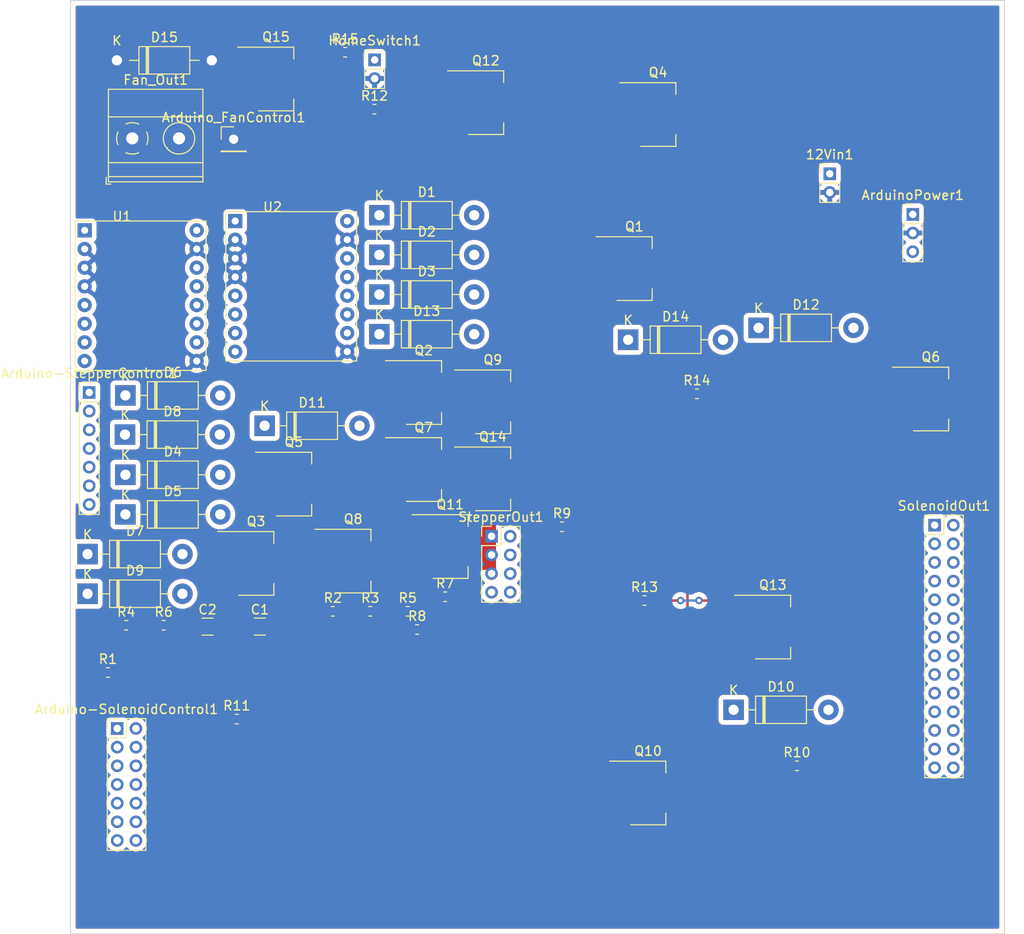
<source format=kicad_pcb>
(kicad_pcb (version 20171130) (host pcbnew "(5.1.4)-1")
  (layers (0 F.Cu signal) (31 B.Cu signal) (34 B.Paste user) (35 F.Paste user) (36 B.SilkS user) (37 F.SilkS user) (38 B.Mask user) (39 F.Mask user) (44 Edge.Cuts user))
  (net 0 "")
  (net 1 12V)
  (net 2 GND)
  (net 3 "Net-(Arduino-SolenoidControl1-Pad1)")
  (net 4 "Net-(Arduino-SolenoidControl1-Pad2)")
  (net 5 "Net-(Arduino-SolenoidControl1-Pad3)")
  (net 6 "Net-(Arduino-SolenoidControl1-Pad4)")
  (net 7 "Net-(Arduino-SolenoidControl1-Pad5)")
  (net 8 "Net-(Arduino-SolenoidControl1-Pad6)")
  (net 9 "Net-(Arduino-SolenoidControl1-Pad7)")
  (net 10 "Net-(Arduino-SolenoidControl1-Pad8)")
  (net 11 "Net-(Arduino-SolenoidControl1-Pad9)")
  (net 12 "Net-(Arduino-SolenoidControl1-Pad10)")
  (net 13 "Net-(Arduino-SolenoidControl1-Pad11)")
  (net 14 "Net-(Arduino-SolenoidControl1-Pad12)")
  (net 15 "Net-(Arduino-SolenoidControl1-Pad13)")
  (net 16 "Net-(Arduino-SolenoidControl1-Pad14)")
  (net 17 "Net-(Arduino-StepperControl1-Pad1)")
  (net 18 "Net-(Arduino-StepperControl1-Pad2)")
  (net 19 "Net-(Arduino-StepperControl1-Pad3)")
  (net 20 "Net-(Arduino-StepperControl1-Pad4)")
  (net 21 "Net-(Arduino-StepperControl1-Pad5)")
  (net 22 "Net-(Arduino-StepperControl1-Pad6)")
  (net 23 "Net-(Arduino-StepperControl1-Pad7)")
  (net 24 5V)
  (net 25 "Net-(D1-Pad2)")
  (net 26 "Net-(D2-Pad2)")
  (net 27 "Net-(D3-Pad2)")
  (net 28 "Net-(D4-Pad2)")
  (net 29 "Net-(D5-Pad2)")
  (net 30 "Net-(D6-Pad2)")
  (net 31 "Net-(D7-Pad2)")
  (net 32 "Net-(D8-Pad2)")
  (net 33 "Net-(D9-Pad2)")
  (net 34 "Net-(D10-Pad2)")
  (net 35 "Net-(D11-Pad2)")
  (net 36 "Net-(D12-Pad2)")
  (net 37 "Net-(D13-Pad2)")
  (net 38 "Net-(D14-Pad2)")
  (net 39 "Net-(Q1-Pad1)")
  (net 40 "Net-(Q2-Pad1)")
  (net 41 "Net-(Q3-Pad1)")
  (net 42 "Net-(Q4-Pad1)")
  (net 43 "Net-(Q5-Pad1)")
  (net 44 "Net-(Q6-Pad1)")
  (net 45 "Net-(Q7-Pad1)")
  (net 46 "Net-(Q8-Pad1)")
  (net 47 "Net-(Q9-Pad1)")
  (net 48 "Net-(Q10-Pad1)")
  (net 49 "Net-(Q11-Pad1)")
  (net 50 "Net-(Q12-Pad1)")
  (net 51 "Net-(Q13-Pad1)")
  (net 52 "Net-(Q14-Pad1)")
  (net 53 "Net-(StepperOut1-Pad1)")
  (net 54 "Net-(StepperOut1-Pad2)")
  (net 55 "Net-(StepperOut1-Pad3)")
  (net 56 "Net-(StepperOut1-Pad4)")
  (net 57 "Net-(StepperOut1-Pad5)")
  (net 58 "Net-(StepperOut1-Pad6)")
  (net 59 "Net-(StepperOut1-Pad7)")
  (net 60 "Net-(StepperOut1-Pad8)")
  (net 61 "Net-(U1-Pad6)")
  (net 62 "Net-(U1-Pad5)")
  (net 63 "Net-(U2-Pad5)")
  (net 64 "Net-(U2-Pad6)")
  (net 65 "Net-(Arduino_FanControl1-Pad1)")
  (net 66 "Net-(D15-Pad2)")
  (net 67 "Net-(Q15-Pad1)")
  (module Connector_PinHeader_2.00mm:PinHeader_1x02_P2.00mm_Vertical (layer F.Cu) (at 241.3 -11.43)
    (fp_text reference 12Vin1 (at 0 -2.06) (layer F.SilkS))
    (fp_text value Conn_01x02_Male)
    (pad 1 thru_hole rect (at 0 0) (size 1.35 1.35) (drill 0.8) (layers *.Cu *.Mask) (net 1 12V))
    (pad 2 thru_hole oval (at 0 2) (size 1.35 1.35) (drill 0.8) (layers *.Cu *.Mask) (net 2 GND))
  )
  (module Connector_PinHeader_2.00mm:PinHeader_2x07_P2.00mm_Vertical (layer F.Cu) (at 165 48)
    (fp_text reference Arduino-SolenoidControl1 (at 1 -2.06) (layer F.SilkS))
    (fp_text value Conn_02x07_Odd_Even)
    (pad 1 thru_hole rect (at 0 0) (size 1.35 1.35) (drill 0.8) (layers *.Cu *.Mask) (net 3 "Net-(Arduino-SolenoidControl1-Pad1)"))
    (pad 2 thru_hole oval (at 2 0) (size 1.35 1.35) (drill 0.8) (layers *.Cu *.Mask) (net 4 "Net-(Arduino-SolenoidControl1-Pad2)"))
    (pad 3 thru_hole oval (at 0 2) (size 1.35 1.35) (drill 0.8) (layers *.Cu *.Mask) (net 5 "Net-(Arduino-SolenoidControl1-Pad3)"))
    (pad 4 thru_hole oval (at 2 2) (size 1.35 1.35) (drill 0.8) (layers *.Cu *.Mask) (net 6 "Net-(Arduino-SolenoidControl1-Pad4)"))
    (pad 5 thru_hole oval (at 0 4) (size 1.35 1.35) (drill 0.8) (layers *.Cu *.Mask) (net 7 "Net-(Arduino-SolenoidControl1-Pad5)"))
    (pad 6 thru_hole oval (at 2 4) (size 1.35 1.35) (drill 0.8) (layers *.Cu *.Mask) (net 8 "Net-(Arduino-SolenoidControl1-Pad6)"))
    (pad 7 thru_hole oval (at 0 6) (size 1.35 1.35) (drill 0.8) (layers *.Cu *.Mask) (net 9 "Net-(Arduino-SolenoidControl1-Pad7)"))
    (pad 8 thru_hole oval (at 2 6) (size 1.35 1.35) (drill 0.8) (layers *.Cu *.Mask) (net 10 "Net-(Arduino-SolenoidControl1-Pad8)"))
    (pad 9 thru_hole oval (at 0 8) (size 1.35 1.35) (drill 0.8) (layers *.Cu *.Mask) (net 11 "Net-(Arduino-SolenoidControl1-Pad9)"))
    (pad 10 thru_hole oval (at 2 8) (size 1.35 1.35) (drill 0.8) (layers *.Cu *.Mask) (net 12 "Net-(Arduino-SolenoidControl1-Pad10)"))
    (pad 11 thru_hole oval (at 0 10) (size 1.35 1.35) (drill 0.8) (layers *.Cu *.Mask) (net 13 "Net-(Arduino-SolenoidControl1-Pad11)"))
    (pad 12 thru_hole oval (at 2 10) (size 1.35 1.35) (drill 0.8) (layers *.Cu *.Mask) (net 14 "Net-(Arduino-SolenoidControl1-Pad12)"))
    (pad 13 thru_hole oval (at 0 12) (size 1.35 1.35) (drill 0.8) (layers *.Cu *.Mask) (net 15 "Net-(Arduino-SolenoidControl1-Pad13)"))
    (pad 14 thru_hole oval (at 2 12) (size 1.35 1.35) (drill 0.8) (layers *.Cu *.Mask) (net 16 "Net-(Arduino-SolenoidControl1-Pad14)"))
  )
  (module Connector_PinHeader_2.00mm:PinHeader_1x07_P2.00mm_Vertical (layer F.Cu) (at 162 12)
    (fp_text reference Arduino-StepperControl1 (at 0 -2.06) (layer F.SilkS))
    (fp_text value Conn_01x07_Male)
    (pad 1 thru_hole rect (at 0 0) (size 1.35 1.35) (drill 0.8) (layers *.Cu *.Mask) (net 17 "Net-(Arduino-StepperControl1-Pad1)"))
    (pad 2 thru_hole oval (at 0 2) (size 1.35 1.35) (drill 0.8) (layers *.Cu *.Mask) (net 18 "Net-(Arduino-StepperControl1-Pad2)"))
    (pad 3 thru_hole oval (at 0 4) (size 1.35 1.35) (drill 0.8) (layers *.Cu *.Mask) (net 19 "Net-(Arduino-StepperControl1-Pad3)"))
    (pad 4 thru_hole oval (at 0 6) (size 1.35 1.35) (drill 0.8) (layers *.Cu *.Mask) (net 20 "Net-(Arduino-StepperControl1-Pad4)"))
    (pad 5 thru_hole oval (at 0 8) (size 1.35 1.35) (drill 0.8) (layers *.Cu *.Mask) (net 21 "Net-(Arduino-StepperControl1-Pad5)"))
    (pad 6 thru_hole oval (at 0 10) (size 1.35 1.35) (drill 0.8) (layers *.Cu *.Mask) (net 22 "Net-(Arduino-StepperControl1-Pad6)"))
    (pad 7 thru_hole oval (at 0 12) (size 1.35 1.35) (drill 0.8) (layers *.Cu *.Mask) (net 23 "Net-(Arduino-StepperControl1-Pad7)"))
  )
  (module Connector_PinHeader_2.00mm:PinHeader_1x03_P2.00mm_Vertical (layer F.Cu) (at 250.19 -7.08)
    (fp_text reference ArduinoPower1 (at 0 -2.06) (layer F.SilkS))
    (fp_text value Conn_01x03_Male)
    (pad 1 thru_hole rect (at 0 0) (size 1.35 1.35) (drill 0.8) (layers *.Cu *.Mask) (net 1 12V))
    (pad 2 thru_hole oval (at 0 2) (size 1.35 1.35) (drill 0.8) (layers *.Cu *.Mask) (net 2 GND))
    (pad 3 thru_hole oval (at 0 4) (size 1.35 1.35) (drill 0.8) (layers *.Cu *.Mask) (net 24 5V))
  )
  (module Capacitor_SMD:C_1206_3216Metric (layer F.Cu) (at 180.275001 37.085001)
    (fp_text reference C1 (at 0 -1.82) (layer F.SilkS))
    (fp_text value C)
    (pad 2 smd roundrect (at 1.4 0) (size 1.25 1.75) (layers F.Cu F.Paste F.Mask) (roundrect_rratio 0.2) (net 1 12V))
    (pad 1 smd roundrect (at -1.4 0) (size 1.25 1.75) (layers F.Cu F.Paste F.Mask) (roundrect_rratio 0.2) (net 2 GND))
  )
  (module Capacitor_SMD:C_1206_3216Metric (layer F.Cu) (at 174.665001 37.085001)
    (fp_text reference C2 (at 0 -1.82) (layer F.SilkS))
    (fp_text value C)
    (pad 1 smd roundrect (at -1.4 0) (size 1.25 1.75) (layers F.Cu F.Paste F.Mask) (roundrect_rratio 0.2) (net 2 GND))
    (pad 2 smd roundrect (at 1.4 0) (size 1.25 1.75) (layers F.Cu F.Paste F.Mask) (roundrect_rratio 0.2) (net 1 12V))
  )
  (module Diode_THT:D_DO-41_SOD81_P10.16mm_Horizontal (layer F.Cu) (at 193.065001 -6.994999)
    (fp_text reference D1 (at 5.08 -2.47) (layer F.SilkS))
    (fp_text value 1N4003)
    (fp_text user K (at 0 -2.1) (layer F.SilkS))
    (pad 2 thru_hole oval (at 10.16 0) (size 2.2 2.2) (drill 1.1) (layers *.Cu *.Mask) (net 25 "Net-(D1-Pad2)"))
    (pad 1 thru_hole rect (at 0 0) (size 2.2 2.2) (drill 1.1) (layers *.Cu *.Mask) (net 1 12V))
  )
  (module Diode_THT:D_DO-41_SOD81_P10.16mm_Horizontal (layer F.Cu) (at 193.065001 -2.744999)
    (fp_text reference D2 (at 5.08 -2.47) (layer F.SilkS))
    (fp_text value 1N4003)
    (fp_text user K (at 0 -2.1) (layer F.SilkS))
    (pad 1 thru_hole rect (at 0 0) (size 2.2 2.2) (drill 1.1) (layers *.Cu *.Mask) (net 1 12V))
    (pad 2 thru_hole oval (at 10.16 0) (size 2.2 2.2) (drill 1.1) (layers *.Cu *.Mask) (net 26 "Net-(D2-Pad2)"))
  )
  (module Diode_THT:D_DO-41_SOD81_P10.16mm_Horizontal (layer F.Cu) (at 193.065001 1.505001)
    (fp_text reference D3 (at 5.08 -2.47) (layer F.SilkS))
    (fp_text value 1N4003)
    (fp_text user K (at 0 -2.1) (layer F.SilkS))
    (pad 2 thru_hole oval (at 10.16 0) (size 2.2 2.2) (drill 1.1) (layers *.Cu *.Mask) (net 27 "Net-(D3-Pad2)"))
    (pad 1 thru_hole rect (at 0 0) (size 2.2 2.2) (drill 1.1) (layers *.Cu *.Mask) (net 1 12V))
  )
  (module Diode_THT:D_DO-41_SOD81_P10.16mm_Horizontal (layer F.Cu) (at 165.875001 20.815001)
    (fp_text reference D4 (at 5.08 -2.47) (layer F.SilkS))
    (fp_text value 1N4003)
    (fp_text user K (at 0 -2.1) (layer F.SilkS))
    (pad 1 thru_hole rect (at 0 0) (size 2.2 2.2) (drill 1.1) (layers *.Cu *.Mask) (net 1 12V))
    (pad 2 thru_hole oval (at 10.16 0) (size 2.2 2.2) (drill 1.1) (layers *.Cu *.Mask) (net 28 "Net-(D4-Pad2)"))
  )
  (module Diode_THT:D_DO-41_SOD81_P10.16mm_Horizontal (layer F.Cu) (at 165.875001 25.065001)
    (fp_text reference D5 (at 5.08 -2.47) (layer F.SilkS))
    (fp_text value 1N4003)
    (fp_text user K (at 0 -2.1) (layer F.SilkS))
    (pad 1 thru_hole rect (at 0 0) (size 2.2 2.2) (drill 1.1) (layers *.Cu *.Mask) (net 1 12V))
    (pad 2 thru_hole oval (at 10.16 0) (size 2.2 2.2) (drill 1.1) (layers *.Cu *.Mask) (net 29 "Net-(D5-Pad2)"))
  )
  (module Diode_THT:D_DO-41_SOD81_P10.16mm_Horizontal (layer F.Cu) (at 165.875001 12.315001)
    (fp_text reference D6 (at 5.08 -2.47) (layer F.SilkS))
    (fp_text value 1N4003)
    (fp_text user K (at 0 -2.1) (layer F.SilkS))
    (pad 2 thru_hole oval (at 10.16 0) (size 2.2 2.2) (drill 1.1) (layers *.Cu *.Mask) (net 30 "Net-(D6-Pad2)"))
    (pad 1 thru_hole rect (at 0 0) (size 2.2 2.2) (drill 1.1) (layers *.Cu *.Mask) (net 1 12V))
  )
  (module Diode_THT:D_DO-41_SOD81_P10.16mm_Horizontal (layer F.Cu) (at 161.825001 29.315001)
    (fp_text reference D7 (at 5.08 -2.47) (layer F.SilkS))
    (fp_text value 1N4003)
    (fp_text user K (at 0 -2.1) (layer F.SilkS))
    (pad 1 thru_hole rect (at 0 0) (size 2.2 2.2) (drill 1.1) (layers *.Cu *.Mask) (net 1 12V))
    (pad 2 thru_hole oval (at 10.16 0) (size 2.2 2.2) (drill 1.1) (layers *.Cu *.Mask) (net 31 "Net-(D7-Pad2)"))
  )
  (module Diode_THT:D_DO-41_SOD81_P10.16mm_Horizontal (layer F.Cu) (at 165.83 16.51)
    (fp_text reference D8 (at 5.08 -2.47) (layer F.SilkS))
    (fp_text value 1N4003)
    (fp_text user K (at 0 -2.1) (layer F.SilkS))
    (pad 2 thru_hole oval (at 10.16 0) (size 2.2 2.2) (drill 1.1) (layers *.Cu *.Mask) (net 32 "Net-(D8-Pad2)"))
    (pad 1 thru_hole rect (at 0 0) (size 2.2 2.2) (drill 1.1) (layers *.Cu *.Mask) (net 1 12V))
  )
  (module Diode_THT:D_DO-41_SOD81_P10.16mm_Horizontal (layer F.Cu) (at 161.825001 33.565001)
    (fp_text reference D9 (at 5.08 -2.47) (layer F.SilkS))
    (fp_text value 1N4003)
    (fp_text user K (at 0 -2.1) (layer F.SilkS))
    (pad 2 thru_hole oval (at 10.16 0) (size 2.2 2.2) (drill 1.1) (layers *.Cu *.Mask) (net 33 "Net-(D9-Pad2)"))
    (pad 1 thru_hole rect (at 0 0) (size 2.2 2.2) (drill 1.1) (layers *.Cu *.Mask) (net 1 12V))
  )
  (module Diode_THT:D_DO-41_SOD81_P10.16mm_Horizontal (layer F.Cu) (at 231 46)
    (fp_text reference D10 (at 5.08 -2.47) (layer F.SilkS))
    (fp_text value 1N4003)
    (fp_text user K (at 0 -2.1) (layer F.SilkS))
    (pad 2 thru_hole oval (at 10.16 0) (size 2.2 2.2) (drill 1.1) (layers *.Cu *.Mask) (net 34 "Net-(D10-Pad2)"))
    (pad 1 thru_hole rect (at 0 0) (size 2.2 2.2) (drill 1.1) (layers *.Cu *.Mask) (net 1 12V))
  )
  (module Diode_THT:D_DO-41_SOD81_P10.16mm_Horizontal (layer F.Cu) (at 180.785001 15.565001)
    (fp_text reference D11 (at 5.08 -2.47) (layer F.SilkS))
    (fp_text value 1N4003)
    (fp_text user K (at 0 -2.1) (layer F.SilkS))
    (pad 1 thru_hole rect (at 0 0) (size 2.2 2.2) (drill 1.1) (layers *.Cu *.Mask) (net 1 12V))
    (pad 2 thru_hole oval (at 10.16 0) (size 2.2 2.2) (drill 1.1) (layers *.Cu *.Mask) (net 35 "Net-(D11-Pad2)"))
  )
  (module Diode_THT:D_DO-41_SOD81_P10.16mm_Horizontal (layer F.Cu) (at 233.68 5.08)
    (fp_text reference D12 (at 5.08 -2.47) (layer F.SilkS))
    (fp_text value 1N4003)
    (fp_text user K (at 0 -2.1) (layer F.SilkS))
    (pad 1 thru_hole rect (at 0 0) (size 2.2 2.2) (drill 1.1) (layers *.Cu *.Mask) (net 1 12V))
    (pad 2 thru_hole oval (at 10.16 0) (size 2.2 2.2) (drill 1.1) (layers *.Cu *.Mask) (net 36 "Net-(D12-Pad2)"))
  )
  (module Diode_THT:D_DO-41_SOD81_P10.16mm_Horizontal (layer F.Cu) (at 193.065001 5.755001)
    (fp_text reference D13 (at 5.08 -2.47) (layer F.SilkS))
    (fp_text value 1N4003)
    (fp_text user K (at 0 -2.1) (layer F.SilkS))
    (pad 2 thru_hole oval (at 10.16 0) (size 2.2 2.2) (drill 1.1) (layers *.Cu *.Mask) (net 37 "Net-(D13-Pad2)"))
    (pad 1 thru_hole rect (at 0 0) (size 2.2 2.2) (drill 1.1) (layers *.Cu *.Mask) (net 1 12V))
  )
  (module Diode_THT:D_DO-41_SOD81_P10.16mm_Horizontal (layer F.Cu) (at 219.71 6.35)
    (fp_text reference D14 (at 5.08 -2.47) (layer F.SilkS))
    (fp_text value 1N4003)
    (fp_text user K (at 0 -2.1) (layer F.SilkS))
    (pad 1 thru_hole rect (at 0 0) (size 2.2 2.2) (drill 1.1) (layers *.Cu *.Mask) (net 1 12V))
    (pad 2 thru_hole oval (at 10.16 0) (size 2.2 2.2) (drill 1.1) (layers *.Cu *.Mask) (net 38 "Net-(D14-Pad2)"))
  )
  (module Connector_PinHeader_2.00mm:PinHeader_1x02_P2.00mm_Vertical (layer F.Cu) (at 192.565001 -23.634999)
    (fp_text reference HomeSwitch1 (at 0 -2.06) (layer F.SilkS))
    (fp_text value Conn_01x02_Male)
    (pad 2 thru_hole oval (at 0 2) (size 1.35 1.35) (drill 0.8) (layers *.Cu *.Mask) (net 2 GND))
    (pad 1 thru_hole rect (at 0 0) (size 1.35 1.35) (drill 0.8) (layers *.Cu *.Mask) (net 23 "Net-(Arduino-StepperControl1-Pad7)"))
  )
  (module custom_symbols:SOT-223-edited (layer F.Cu) (at 220.37 -1.27)
    (fp_text reference Q1 (at 0 -4.5) (layer F.SilkS))
    (fp_text value DMN6140L)
    (pad 2 smd rect (at 3.15 0) (size 3.5 5) (layers F.Cu F.Paste F.Mask) (net 25 "Net-(D1-Pad2)"))
    (pad 3 smd rect (at -3.15 2.3) (size 2.7 1) (layers F.Cu F.Paste F.Mask) (net 2 GND))
    (pad 1 smd rect (at -3.15 -2.3) (size 2.7 1) (layers F.Cu F.Paste F.Mask) (net 39 "Net-(Q1-Pad1)"))
  )
  (module custom_symbols:SOT-223-edited (layer F.Cu) (at 197.82 12.005001)
    (fp_text reference Q2 (at 0 -4.5) (layer F.SilkS))
    (fp_text value DMN6140L)
    (pad 1 smd rect (at -3.15 -2.3) (size 2.7 1) (layers F.Cu F.Paste F.Mask) (net 40 "Net-(Q2-Pad1)"))
    (pad 3 smd rect (at -3.15 2.3) (size 2.7 1) (layers F.Cu F.Paste F.Mask) (net 2 GND))
    (pad 2 smd rect (at 3.15 0) (size 3.5 5) (layers F.Cu F.Paste F.Mask) (net 26 "Net-(D2-Pad2)"))
  )
  (module custom_symbols:SOT-223-edited (layer F.Cu) (at 179.86 30.315001)
    (fp_text reference Q3 (at 0 -4.5) (layer F.SilkS))
    (fp_text value DMN6140L)
    (pad 1 smd rect (at -3.15 -2.3) (size 2.7 1) (layers F.Cu F.Paste F.Mask) (net 41 "Net-(Q3-Pad1)"))
    (pad 3 smd rect (at -3.15 2.3) (size 2.7 1) (layers F.Cu F.Paste F.Mask) (net 2 GND))
    (pad 2 smd rect (at 3.15 0) (size 3.5 5) (layers F.Cu F.Paste F.Mask) (net 27 "Net-(D3-Pad2)"))
  )
  (module custom_symbols:SOT-223-edited (layer F.Cu) (at 222.91 -17.78)
    (fp_text reference Q4 (at 0 -4.5) (layer F.SilkS))
    (fp_text value DMN6140L)
    (pad 2 smd rect (at 3.15 0) (size 3.5 5) (layers F.Cu F.Paste F.Mask) (net 28 "Net-(D4-Pad2)"))
    (pad 3 smd rect (at -3.15 2.3) (size 2.7 1) (layers F.Cu F.Paste F.Mask) (net 2 GND))
    (pad 1 smd rect (at -3.15 -2.3) (size 2.7 1) (layers F.Cu F.Paste F.Mask) (net 42 "Net-(Q4-Pad1)"))
  )
  (module custom_symbols:SOT-223-edited (layer F.Cu) (at 183.91 21.815001)
    (fp_text reference Q5 (at 0 -4.5) (layer F.SilkS))
    (fp_text value DMN6140L)
    (pad 2 smd rect (at 3.15 0) (size 3.5 5) (layers F.Cu F.Paste F.Mask) (net 29 "Net-(D5-Pad2)"))
    (pad 3 smd rect (at -3.15 2.3) (size 2.7 1) (layers F.Cu F.Paste F.Mask) (net 2 GND))
    (pad 1 smd rect (at -3.15 -2.3) (size 2.7 1) (layers F.Cu F.Paste F.Mask) (net 43 "Net-(Q5-Pad1)"))
  )
  (module custom_symbols:SOT-223-edited (layer F.Cu) (at 252.12 12.7)
    (fp_text reference Q6 (at 0 -4.5) (layer F.SilkS))
    (fp_text value DMN6140L)
    (pad 1 smd rect (at -3.15 -2.3) (size 2.7 1) (layers F.Cu F.Paste F.Mask) (net 44 "Net-(Q6-Pad1)"))
    (pad 3 smd rect (at -3.15 2.3) (size 2.7 1) (layers F.Cu F.Paste F.Mask) (net 2 GND))
    (pad 2 smd rect (at 3.15 0) (size 3.5 5) (layers F.Cu F.Paste F.Mask) (net 30 "Net-(D6-Pad2)"))
  )
  (module custom_symbols:SOT-223-edited (layer F.Cu) (at 197.82 20.255001)
    (fp_text reference Q7 (at 0 -4.5) (layer F.SilkS))
    (fp_text value DMN6140L)
    (pad 1 smd rect (at -3.15 -2.3) (size 2.7 1) (layers F.Cu F.Paste F.Mask) (net 45 "Net-(Q7-Pad1)"))
    (pad 3 smd rect (at -3.15 2.3) (size 2.7 1) (layers F.Cu F.Paste F.Mask) (net 2 GND))
    (pad 2 smd rect (at 3.15 0) (size 3.5 5) (layers F.Cu F.Paste F.Mask) (net 31 "Net-(D7-Pad2)"))
  )
  (module custom_symbols:SOT-223-edited (layer F.Cu) (at 190.26 30.065001)
    (fp_text reference Q8 (at 0 -4.5) (layer F.SilkS))
    (fp_text value DMN6140L)
    (pad 2 smd rect (at 3.15 0) (size 3.5 5) (layers F.Cu F.Paste F.Mask) (net 32 "Net-(D8-Pad2)"))
    (pad 3 smd rect (at -3.15 2.3) (size 2.7 1) (layers F.Cu F.Paste F.Mask) (net 2 GND))
    (pad 1 smd rect (at -3.15 -2.3) (size 2.7 1) (layers F.Cu F.Paste F.Mask) (net 46 "Net-(Q8-Pad1)"))
  )
  (module custom_symbols:SOT-223-edited (layer F.Cu) (at 205.22 13.005001)
    (fp_text reference Q9 (at 0 -4.5) (layer F.SilkS))
    (fp_text value DMN6140L)
    (pad 2 smd rect (at 3.15 0) (size 3.5 5) (layers F.Cu F.Paste F.Mask) (net 33 "Net-(D9-Pad2)"))
    (pad 3 smd rect (at -3.15 2.3) (size 2.7 1) (layers F.Cu F.Paste F.Mask) (net 2 GND))
    (pad 1 smd rect (at -3.15 -2.3) (size 2.7 1) (layers F.Cu F.Paste F.Mask) (net 47 "Net-(Q9-Pad1)"))
  )
  (module custom_symbols:SOT-223-edited (layer F.Cu) (at 221.84 54.91)
    (fp_text reference Q10 (at 0 -4.5) (layer F.SilkS))
    (fp_text value DMN6140L)
    (pad 1 smd rect (at -3.15 -2.3) (size 2.7 1) (layers F.Cu F.Paste F.Mask) (net 48 "Net-(Q10-Pad1)"))
    (pad 3 smd rect (at -3.15 2.3) (size 2.7 1) (layers F.Cu F.Paste F.Mask) (net 2 GND))
    (pad 2 smd rect (at 3.15 0) (size 3.5 5) (layers F.Cu F.Paste F.Mask) (net 34 "Net-(D10-Pad2)"))
  )
  (module custom_symbols:SOT-223-edited (layer F.Cu) (at 200.66 28.505001)
    (fp_text reference Q11 (at 0 -4.5) (layer F.SilkS))
    (fp_text value DMN6140L)
    (pad 2 smd rect (at 3.15 0) (size 3.5 5) (layers F.Cu F.Paste F.Mask) (net 35 "Net-(D11-Pad2)"))
    (pad 3 smd rect (at -3.15 2.3) (size 2.7 1) (layers F.Cu F.Paste F.Mask) (net 2 GND))
    (pad 1 smd rect (at -3.15 -2.3) (size 2.7 1) (layers F.Cu F.Paste F.Mask) (net 49 "Net-(Q11-Pad1)"))
  )
  (module custom_symbols:SOT-223-edited (layer F.Cu) (at 204.47 -19.05)
    (fp_text reference Q12 (at 0 -4.5) (layer F.SilkS))
    (fp_text value DMN6140L)
    (pad 2 smd rect (at 3.15 0) (size 3.5 5) (layers F.Cu F.Paste F.Mask) (net 36 "Net-(D12-Pad2)"))
    (pad 3 smd rect (at -3.15 2.3) (size 2.7 1) (layers F.Cu F.Paste F.Mask) (net 2 GND))
    (pad 1 smd rect (at -3.15 -2.3) (size 2.7 1) (layers F.Cu F.Paste F.Mask) (net 50 "Net-(Q12-Pad1)"))
  )
  (module custom_symbols:SOT-223-edited (layer F.Cu) (at 235.2 37.13)
    (fp_text reference Q13 (at 0 -4.5) (layer F.SilkS))
    (fp_text value DMN6140L)
    (pad 1 smd rect (at -3.15 -2.3) (size 2.7 1) (layers F.Cu F.Paste F.Mask) (net 51 "Net-(Q13-Pad1)"))
    (pad 3 smd rect (at -3.15 2.3) (size 2.7 1) (layers F.Cu F.Paste F.Mask) (net 2 GND))
    (pad 2 smd rect (at 3.15 0) (size 3.5 5) (layers F.Cu F.Paste F.Mask) (net 37 "Net-(D13-Pad2)"))
  )
  (module custom_symbols:SOT-223-edited (layer F.Cu) (at 205.22 21.255001)
    (fp_text reference Q14 (at 0 -4.5) (layer F.SilkS))
    (fp_text value DMN6140L)
    (pad 1 smd rect (at -3.15 -2.3) (size 2.7 1) (layers F.Cu F.Paste F.Mask) (net 52 "Net-(Q14-Pad1)"))
    (pad 3 smd rect (at -3.15 2.3) (size 2.7 1) (layers F.Cu F.Paste F.Mask) (net 2 GND))
    (pad 2 smd rect (at 3.15 0) (size 3.5 5) (layers F.Cu F.Paste F.Mask) (net 38 "Net-(D14-Pad2)"))
  )
  (module Resistor_SMD:R_0603_1608Metric (layer F.Cu) (at 164 42)
    (fp_text reference R1 (at 0 -1.43) (layer F.SilkS))
    (fp_text value 200_Ohm_R)
    (pad 1 smd roundrect (at -0.7875 0) (size 0.875 0.95) (layers F.Cu F.Paste F.Mask) (net 7 "Net-(Arduino-SolenoidControl1-Pad5)"))
    (pad 2 smd roundrect (at 0.7875 0) (size 0.875 0.95) (layers F.Cu F.Paste F.Mask) (net 39 "Net-(Q1-Pad1)"))
  )
  (module Resistor_SMD:R_0603_1608Metric (layer F.Cu) (at 188.085001 35.445001)
    (fp_text reference R2 (at 0 -1.43) (layer F.SilkS))
    (fp_text value 200_Ohm_R)
    (pad 1 smd roundrect (at -0.7875 0) (size 0.875 0.95) (layers F.Cu F.Paste F.Mask) (net 3 "Net-(Arduino-SolenoidControl1-Pad1)"))
    (pad 2 smd roundrect (at 0.7875 0) (size 0.875 0.95) (layers F.Cu F.Paste F.Mask) (net 40 "Net-(Q2-Pad1)"))
  )
  (module Resistor_SMD:R_0603_1608Metric (layer F.Cu) (at 192.095001 35.445001)
    (fp_text reference R3 (at 0 -1.43) (layer F.SilkS))
    (fp_text value 200_Ohm_R)
    (pad 2 smd roundrect (at 0.7875 0) (size 0.875 0.95) (layers F.Cu F.Paste F.Mask) (net 41 "Net-(Q3-Pad1)"))
    (pad 1 smd roundrect (at -0.7875 0) (size 0.875 0.95) (layers F.Cu F.Paste F.Mask) (net 11 "Net-(Arduino-SolenoidControl1-Pad9)"))
  )
  (module Resistor_SMD:R_0603_1608Metric (layer F.Cu) (at 165.965001 36.945001)
    (fp_text reference R4 (at 0 -1.43) (layer F.SilkS))
    (fp_text value 200_Ohm_R)
    (pad 1 smd roundrect (at -0.7875 0) (size 0.875 0.95) (layers F.Cu F.Paste F.Mask) (net 10 "Net-(Arduino-SolenoidControl1-Pad8)"))
    (pad 2 smd roundrect (at 0.7875 0) (size 0.875 0.95) (layers F.Cu F.Paste F.Mask) (net 42 "Net-(Q4-Pad1)"))
  )
  (module Resistor_SMD:R_0603_1608Metric (layer F.Cu) (at 196.105001 35.445001)
    (fp_text reference R5 (at 0 -1.43) (layer F.SilkS))
    (fp_text value 200_Ohm_R)
    (pad 2 smd roundrect (at 0.7875 0) (size 0.875 0.95) (layers F.Cu F.Paste F.Mask) (net 43 "Net-(Q5-Pad1)"))
    (pad 1 smd roundrect (at -0.7875 0) (size 0.875 0.95) (layers F.Cu F.Paste F.Mask) (net 14 "Net-(Arduino-SolenoidControl1-Pad12)"))
  )
  (module Resistor_SMD:R_0603_1608Metric (layer F.Cu) (at 169.975001 36.945001)
    (fp_text reference R6 (at 0 -1.43) (layer F.SilkS))
    (fp_text value 200_Ohm_R)
    (pad 2 smd roundrect (at 0.7875 0) (size 0.875 0.95) (layers F.Cu F.Paste F.Mask) (net 44 "Net-(Q6-Pad1)"))
    (pad 1 smd roundrect (at -0.7875 0) (size 0.875 0.95) (layers F.Cu F.Paste F.Mask) (net 15 "Net-(Arduino-SolenoidControl1-Pad13)"))
  )
  (module Resistor_SMD:R_0603_1608Metric (layer F.Cu) (at 200.115001 33.885001)
    (fp_text reference R7 (at 0 -1.43) (layer F.SilkS))
    (fp_text value 200_Ohm_R)
    (pad 1 smd roundrect (at -0.7875 0) (size 0.875 0.95) (layers F.Cu F.Paste F.Mask) (net 6 "Net-(Arduino-SolenoidControl1-Pad4)"))
    (pad 2 smd roundrect (at 0.7875 0) (size 0.875 0.95) (layers F.Cu F.Paste F.Mask) (net 45 "Net-(Q7-Pad1)"))
  )
  (module Resistor_SMD:R_0603_1608Metric (layer F.Cu) (at 197.115001 37.395001)
    (fp_text reference R8 (at 0 -1.43) (layer F.SilkS))
    (fp_text value 200_Ohm_R)
    (pad 1 smd roundrect (at -0.7875 0) (size 0.875 0.95) (layers F.Cu F.Paste F.Mask) (net 9 "Net-(Arduino-SolenoidControl1-Pad7)"))
    (pad 2 smd roundrect (at 0.7875 0) (size 0.875 0.95) (layers F.Cu F.Paste F.Mask) (net 46 "Net-(Q8-Pad1)"))
  )
  (module Resistor_SMD:R_0603_1608Metric (layer F.Cu) (at 212.625001 26.385001)
    (fp_text reference R9 (at 0 -1.43) (layer F.SilkS))
    (fp_text value 200_Ohm_R)
    (pad 1 smd roundrect (at -0.7875 0) (size 0.875 0.95) (layers F.Cu F.Paste F.Mask) (net 5 "Net-(Arduino-SolenoidControl1-Pad3)"))
    (pad 2 smd roundrect (at 0.7875 0) (size 0.875 0.95) (layers F.Cu F.Paste F.Mask) (net 47 "Net-(Q9-Pad1)"))
  )
  (module Resistor_SMD:R_0603_1608Metric (layer F.Cu) (at 237.7875 52)
    (fp_text reference R10 (at 0 -1.43) (layer F.SilkS))
    (fp_text value 200_Ohm_R)
    (pad 2 smd roundrect (at 0.7875 0) (size 0.875 0.95) (layers F.Cu F.Paste F.Mask) (net 48 "Net-(Q10-Pad1)"))
    (pad 1 smd roundrect (at -0.7875 0) (size 0.875 0.95) (layers F.Cu F.Paste F.Mask) (net 13 "Net-(Arduino-SolenoidControl1-Pad11)"))
  )
  (module Resistor_SMD:R_0603_1608Metric (layer F.Cu) (at 177.8 46.99)
    (fp_text reference R11 (at 0 -1.43) (layer F.SilkS))
    (fp_text value 200_Ohm_R)
    (pad 2 smd roundrect (at 0.7875 0) (size 0.875 0.95) (layers F.Cu F.Paste F.Mask) (net 49 "Net-(Q11-Pad1)"))
    (pad 1 smd roundrect (at -0.7875 0) (size 0.875 0.95) (layers F.Cu F.Paste F.Mask) (net 8 "Net-(Arduino-SolenoidControl1-Pad6)"))
  )
  (module Resistor_SMD:R_0603_1608Metric (layer F.Cu) (at 192.545001 -18.354999)
    (fp_text reference R12 (at 0 -1.43) (layer F.SilkS))
    (fp_text value 200_Ohm_R)
    (pad 2 smd roundrect (at 0.7875 0) (size 0.875 0.95) (layers F.Cu F.Paste F.Mask) (net 50 "Net-(Q12-Pad1)"))
    (pad 1 smd roundrect (at -0.7875 0) (size 0.875 0.95) (layers F.Cu F.Paste F.Mask) (net 12 "Net-(Arduino-SolenoidControl1-Pad10)"))
  )
  (module Resistor_SMD:R_0603_1608Metric (layer F.Cu) (at 221.4625 34.29)
    (fp_text reference R13 (at 0 -1.43) (layer F.SilkS))
    (fp_text value 200_Ohm_R)
    (pad 2 smd roundrect (at 0.7875 0) (size 0.875 0.95) (layers F.Cu F.Paste F.Mask) (net 51 "Net-(Q13-Pad1)"))
    (pad 1 smd roundrect (at -0.7875 0) (size 0.875 0.95) (layers F.Cu F.Paste F.Mask) (net 16 "Net-(Arduino-SolenoidControl1-Pad14)"))
  )
  (module Resistor_SMD:R_0603_1608Metric (layer F.Cu) (at 227.075001 12.145001)
    (fp_text reference R14 (at 0 -1.43) (layer F.SilkS))
    (fp_text value 200_Ohm_R)
    (pad 1 smd roundrect (at -0.7875 0) (size 0.875 0.95) (layers F.Cu F.Paste F.Mask) (net 4 "Net-(Arduino-SolenoidControl1-Pad2)"))
    (pad 2 smd roundrect (at 0.7875 0) (size 0.875 0.95) (layers F.Cu F.Paste F.Mask) (net 52 "Net-(Q14-Pad1)"))
  )
  (module Connector_PinHeader_2.00mm:PinHeader_2x14_P2.00mm_Vertical (layer F.Cu) (at 252.53 26.21)
    (fp_text reference SolenoidOut1 (at 1 -2.06) (layer F.SilkS))
    (fp_text value Conn_02x14_Odd_Even)
    (pad 1 thru_hole rect (at 0 0) (size 1.35 1.35) (drill 0.8) (layers *.Cu *.Mask) (net 38 "Net-(D14-Pad2)"))
    (pad 2 thru_hole oval (at 2 0) (size 1.35 1.35) (drill 0.8) (layers *.Cu *.Mask) (net 1 12V))
    (pad 3 thru_hole oval (at 0 2) (size 1.35 1.35) (drill 0.8) (layers *.Cu *.Mask) (net 31 "Net-(D7-Pad2)"))
    (pad 4 thru_hole oval (at 2 2) (size 1.35 1.35) (drill 0.8) (layers *.Cu *.Mask) (net 1 12V))
    (pad 5 thru_hole oval (at 0 4) (size 1.35 1.35) (drill 0.8) (layers *.Cu *.Mask) (net 35 "Net-(D11-Pad2)"))
    (pad 6 thru_hole oval (at 2 4) (size 1.35 1.35) (drill 0.8) (layers *.Cu *.Mask) (net 1 12V))
    (pad 7 thru_hole oval (at 0 6) (size 1.35 1.35) (drill 0.8) (layers *.Cu *.Mask) (net 28 "Net-(D4-Pad2)"))
    (pad 8 thru_hole oval (at 2 6) (size 1.35 1.35) (drill 0.8) (layers *.Cu *.Mask) (net 1 12V))
    (pad 9 thru_hole oval (at 0 8) (size 1.35 1.35) (drill 0.8) (layers *.Cu *.Mask) (net 36 "Net-(D12-Pad2)"))
    (pad 10 thru_hole oval (at 2 8) (size 1.35 1.35) (drill 0.8) (layers *.Cu *.Mask) (net 1 12V))
    (pad 11 thru_hole oval (at 0 10) (size 1.35 1.35) (drill 0.8) (layers *.Cu *.Mask) (net 29 "Net-(D5-Pad2)"))
    (pad 12 thru_hole oval (at 2 10) (size 1.35 1.35) (drill 0.8) (layers *.Cu *.Mask) (net 1 12V))
    (pad 13 thru_hole oval (at 0 12) (size 1.35 1.35) (drill 0.8) (layers *.Cu *.Mask) (net 37 "Net-(D13-Pad2)"))
    (pad 14 thru_hole oval (at 2 12) (size 1.35 1.35) (drill 0.8) (layers *.Cu *.Mask) (net 1 12V))
    (pad 15 thru_hole oval (at 0 14) (size 1.35 1.35) (drill 0.8) (layers *.Cu *.Mask) (net 30 "Net-(D6-Pad2)"))
    (pad 16 thru_hole oval (at 2 14) (size 1.35 1.35) (drill 0.8) (layers *.Cu *.Mask) (net 1 12V))
    (pad 17 thru_hole oval (at 0 16) (size 1.35 1.35) (drill 0.8) (layers *.Cu *.Mask) (net 34 "Net-(D10-Pad2)"))
    (pad 18 thru_hole oval (at 2 16) (size 1.35 1.35) (drill 0.8) (layers *.Cu *.Mask) (net 1 12V))
    (pad 19 thru_hole oval (at 0 18) (size 1.35 1.35) (drill 0.8) (layers *.Cu *.Mask) (net 27 "Net-(D3-Pad2)"))
    (pad 20 thru_hole oval (at 2 18) (size 1.35 1.35) (drill 0.8) (layers *.Cu *.Mask) (net 1 12V))
    (pad 21 thru_hole oval (at 0 20) (size 1.35 1.35) (drill 0.8) (layers *.Cu *.Mask) (net 32 "Net-(D8-Pad2)"))
    (pad 22 thru_hole oval (at 2 20) (size 1.35 1.35) (drill 0.8) (layers *.Cu *.Mask) (net 1 12V))
    (pad 23 thru_hole oval (at 0 22) (size 1.35 1.35) (drill 0.8) (layers *.Cu *.Mask) (net 25 "Net-(D1-Pad2)"))
    (pad 24 thru_hole oval (at 2 22) (size 1.35 1.35) (drill 0.8) (layers *.Cu *.Mask) (net 1 12V))
    (pad 25 thru_hole oval (at 0 24) (size 1.35 1.35) (drill 0.8) (layers *.Cu *.Mask) (net 33 "Net-(D9-Pad2)"))
    (pad 26 thru_hole oval (at 2 24) (size 1.35 1.35) (drill 0.8) (layers *.Cu *.Mask) (net 1 12V))
    (pad 27 thru_hole oval (at 0 26) (size 1.35 1.35) (drill 0.8) (layers *.Cu *.Mask) (net 26 "Net-(D2-Pad2)"))
    (pad 28 thru_hole oval (at 2 26) (size 1.35 1.35) (drill 0.8) (layers *.Cu *.Mask) (net 1 12V))
  )
  (module Connector_PinHeader_2.00mm:PinHeader_2x04_P2.00mm_Vertical (layer F.Cu) (at 205.085001 27.405001)
    (fp_text reference StepperOut1 (at 1 -2.06) (layer F.SilkS))
    (fp_text value Conn_02x04_Odd_Even)
    (pad 1 thru_hole rect (at 0 0) (size 1.35 1.35) (drill 0.8) (layers *.Cu *.Mask) (net 53 "Net-(StepperOut1-Pad1)"))
    (pad 2 thru_hole oval (at 2 0) (size 1.35 1.35) (drill 0.8) (layers *.Cu *.Mask) (net 54 "Net-(StepperOut1-Pad2)"))
    (pad 3 thru_hole oval (at 0 2) (size 1.35 1.35) (drill 0.8) (layers *.Cu *.Mask) (net 55 "Net-(StepperOut1-Pad3)"))
    (pad 4 thru_hole oval (at 2 2) (size 1.35 1.35) (drill 0.8) (layers *.Cu *.Mask) (net 56 "Net-(StepperOut1-Pad4)"))
    (pad 5 thru_hole oval (at 0 4) (size 1.35 1.35) (drill 0.8) (layers *.Cu *.Mask) (net 57 "Net-(StepperOut1-Pad5)"))
    (pad 6 thru_hole oval (at 2 4) (size 1.35 1.35) (drill 0.8) (layers *.Cu *.Mask) (net 58 "Net-(StepperOut1-Pad6)"))
    (pad 7 thru_hole oval (at 0 6) (size 1.35 1.35) (drill 0.8) (layers *.Cu *.Mask) (net 59 "Net-(StepperOut1-Pad7)"))
    (pad 8 thru_hole oval (at 2 6) (size 1.35 1.35) (drill 0.8) (layers *.Cu *.Mask) (net 60 "Net-(StepperOut1-Pad8)"))
  )
  (module custom_symbols:stepper_driver (layer F.Cu) (at 165.510001 -7.37)
    (fp_text reference U1 (at 0 0.5) (layer F.SilkS))
    (fp_text value STSPIN820)
    (pad 16 thru_hole circle (at 8 16) (size 1.524 1.524) (drill 0.762) (layers *.Cu *.Mask) (net 2 GND))
    (pad 15 thru_hole circle (at 8 14) (size 1.524 1.524) (drill 0.762) (layers *.Cu *.Mask) (net 24 5V))
    (pad 14 thru_hole circle (at 8 12) (size 1.524 1.524) (drill 0.762) (layers *.Cu *.Mask) (net 54 "Net-(StepperOut1-Pad2)"))
    (pad 13 thru_hole circle (at 8 10) (size 1.524 1.524) (drill 0.762) (layers *.Cu *.Mask) (net 56 "Net-(StepperOut1-Pad4)"))
    (pad 12 thru_hole circle (at 8 8) (size 1.524 1.524) (drill 0.762) (layers *.Cu *.Mask) (net 58 "Net-(StepperOut1-Pad6)"))
    (pad 11 thru_hole circle (at 8 6) (size 1.524 1.524) (drill 0.762) (layers *.Cu *.Mask) (net 60 "Net-(StepperOut1-Pad8)"))
    (pad 10 thru_hole circle (at 8 4) (size 1.524 1.524) (drill 0.762) (layers *.Cu *.Mask) (net 2 GND))
    (pad 9 thru_hole circle (at 8 2) (size 1.524 1.524) (drill 0.762) (layers *.Cu *.Mask) (net 1 12V))
    (pad 8 thru_hole circle (at -4 16) (size 1.524 1.524) (drill 0.762) (layers *.Cu *.Mask) (net 19 "Net-(Arduino-StepperControl1-Pad3)"))
    (pad 7 thru_hole circle (at -4 14) (size 1.524 1.524) (drill 0.762) (layers *.Cu *.Mask) (net 18 "Net-(Arduino-StepperControl1-Pad2)"))
    (pad 6 thru_hole circle (at -4 12) (size 1.524 1.524) (drill 0.762) (layers *.Cu *.Mask) (net 61 "Net-(U1-Pad6)"))
    (pad 5 thru_hole circle (at -4 10) (size 1.524 1.524) (drill 0.762) (layers *.Cu *.Mask) (net 62 "Net-(U1-Pad5)"))
    (pad 4 thru_hole circle (at -4 8) (size 1.524 1.524) (drill 0.762) (layers *.Cu *.Mask) (net 2 GND))
    (pad 3 thru_hole circle (at -4 6) (size 1.524 1.524) (drill 0.762) (layers *.Cu *.Mask) (net 24 5V))
    (pad 2 thru_hole circle (at -4 4) (size 1.524 1.524) (drill 0.762) (layers *.Cu *.Mask) (net 24 5V))
    (pad 1 thru_hole rect (at -4 2) (size 1.524 1.524) (drill 0.762) (layers *.Cu *.Mask) (net 17 "Net-(Arduino-StepperControl1-Pad1)"))
  )
  (module custom_symbols:stepper_driver (layer F.Cu) (at 181.630001 -8.37)
    (fp_text reference U2 (at 0 0.5) (layer F.SilkS))
    (fp_text value STSPIN820)
    (pad 1 thru_hole rect (at -4 2) (size 1.524 1.524) (drill 0.762) (layers *.Cu *.Mask) (net 20 "Net-(Arduino-StepperControl1-Pad4)"))
    (pad 2 thru_hole circle (at -4 4) (size 1.524 1.524) (drill 0.762) (layers *.Cu *.Mask) (net 24 5V))
    (pad 3 thru_hole circle (at -4 6) (size 1.524 1.524) (drill 0.762) (layers *.Cu *.Mask) (net 24 5V))
    (pad 4 thru_hole circle (at -4 8) (size 1.524 1.524) (drill 0.762) (layers *.Cu *.Mask) (net 2 GND))
    (pad 5 thru_hole circle (at -4 10) (size 1.524 1.524) (drill 0.762) (layers *.Cu *.Mask) (net 63 "Net-(U2-Pad5)"))
    (pad 6 thru_hole circle (at -4 12) (size 1.524 1.524) (drill 0.762) (layers *.Cu *.Mask) (net 64 "Net-(U2-Pad6)"))
    (pad 7 thru_hole circle (at -4 14) (size 1.524 1.524) (drill 0.762) (layers *.Cu *.Mask) (net 21 "Net-(Arduino-StepperControl1-Pad5)"))
    (pad 8 thru_hole circle (at -4 16) (size 1.524 1.524) (drill 0.762) (layers *.Cu *.Mask) (net 22 "Net-(Arduino-StepperControl1-Pad6)"))
    (pad 9 thru_hole circle (at 8 2) (size 1.524 1.524) (drill 0.762) (layers *.Cu *.Mask) (net 1 12V))
    (pad 10 thru_hole circle (at 8 4) (size 1.524 1.524) (drill 0.762) (layers *.Cu *.Mask) (net 2 GND))
    (pad 11 thru_hole circle (at 8 6) (size 1.524 1.524) (drill 0.762) (layers *.Cu *.Mask) (net 59 "Net-(StepperOut1-Pad7)"))
    (pad 12 thru_hole circle (at 8 8) (size 1.524 1.524) (drill 0.762) (layers *.Cu *.Mask) (net 57 "Net-(StepperOut1-Pad5)"))
    (pad 13 thru_hole circle (at 8 10) (size 1.524 1.524) (drill 0.762) (layers *.Cu *.Mask) (net 55 "Net-(StepperOut1-Pad3)"))
    (pad 14 thru_hole circle (at 8 12) (size 1.524 1.524) (drill 0.762) (layers *.Cu *.Mask) (net 53 "Net-(StepperOut1-Pad1)"))
    (pad 15 thru_hole circle (at 8 14) (size 1.524 1.524) (drill 0.762) (layers *.Cu *.Mask) (net 24 5V))
    (pad 16 thru_hole circle (at 8 16) (size 1.524 1.524) (drill 0.762) (layers *.Cu *.Mask) (net 2 GND))
  )
  (module Connector_PinHeader_2.54mm:PinHeader_1x01_P2.54mm_Vertical (layer F.Cu) (at 177.465001 -15.134999)
    (fp_text reference Arduino_FanControl1 (at 0 -2.33) (layer F.SilkS))
    (fp_text value Conn_01x01_Male)
    (pad 1 thru_hole rect (at 0 0) (size 1.7 1.7) (drill 1) (layers *.Cu *.Mask) (net 65 "Net-(Arduino_FanControl1-Pad1)"))
  )
  (module Diode_THT:D_DO-41_SOD81_P10.16mm_Horizontal (layer F.Cu) (at 164.965001 -23.584999)
    (fp_text reference D15 (at 5.08 -2.47) (layer F.SilkS))
    (fp_text value 1N4003)
    (fp_text user K (at 0 -2.1) (layer F.SilkS))
    (pad 1 thru_hole rect (at 0 0) (size 2.2 2.2) (drill 1.1) (layers *.Cu *.Mask) (net 1 12V))
    (pad 2 thru_hole oval (at 10.16 0) (size 2.2 2.2) (drill 1.1) (layers *.Cu *.Mask) (net 66 "Net-(D15-Pad2)"))
  )
  (module TerminalBlock_Phoenix:TerminalBlock_Phoenix_MKDS-1,5-2_1x02_P5.00mm_Horizontal (layer F.Cu) (at 166.615001 -15.224999)
    (fp_text reference Fan_Out1 (at 2.5 -6.26) (layer F.SilkS))
    (fp_text value Screw_Terminal_01x02)
    (pad 1 thru_hole rect (at 0 0) (size 2.6 2.6) (drill 1.3) (layers *.Cu *.Mask) (net 66 "Net-(D15-Pad2)"))
    (pad 2 thru_hole circle (at 5 0) (size 2.6 2.6) (drill 1.3) (layers *.Cu *.Mask) (net 2 GND))
  )
  (module custom_symbols:SOT-223-edited (layer F.Cu) (at 182 -21.584999)
    (fp_text reference Q15 (at 0 -4.5) (layer F.SilkS))
    (fp_text value DMN6140L)
    (pad 2 smd rect (at 3.15 0) (size 3.5 5) (layers F.Cu F.Paste F.Mask) (net 66 "Net-(D15-Pad2)"))
    (pad 3 smd rect (at -3.15 2.3) (size 2.7 1) (layers F.Cu F.Paste F.Mask) (net 2 GND))
    (pad 1 smd rect (at -3.15 -2.3) (size 2.7 1) (layers F.Cu F.Paste F.Mask) (net 67 "Net-(Q15-Pad1)"))
  )
  (module Resistor_SMD:R_0603_1608Metric (layer F.Cu) (at 189.405001 -24.454999)
    (fp_text reference R15 (at 0 -1.43) (layer F.SilkS))
    (fp_text value 200_Ohm_R)
    (pad 1 smd roundrect (at -0.7875 0) (size 0.875 0.95) (layers F.Cu F.Paste F.Mask) (net 65 "Net-(Arduino_FanControl1-Pad1)"))
    (pad 2 smd roundrect (at 0.7875 0) (size 0.875 0.95) (layers F.Cu F.Paste F.Mask) (net 67 "Net-(Q15-Pad1)"))
  )
  (gr_line (start 160 -30) (end 160 70) (layer Edge.Cuts) (width 0.1))
  (gr_line (start 260 -30) (end 160 -30) (layer Edge.Cuts) (width 0.1))
  (gr_line (start 260 70) (end 260 -30) (layer Edge.Cuts) (width 0.1))
  (gr_line (start 160 70) (end 260 70) (layer Edge.Cuts) (width 0.1))
  (segment (start 226.07 28.29) (end 226.07 44.11) (width 0.25) (layer F.Cu) (net 0))
  (segment (start 222.25 34.29) (end 222.7875 34.29) (width 0.25) (layer F.Cu) (net 51))
  (segment (start 222.25 34.29) (end 225.32 34.29) (width 0.25) (layer F.Cu) (net 51))
  (segment (start 225.32 34.29) (end 225.32 34.29) (width 0.25) (layer F.Cu) (net 51))
  (via (at 225.32 34.29) (size 0.8) (drill 0.4) (layers F.Cu B.Cu) (net 51))
  (segment (start 225.32 34.29) (end 227.29 34.29) (width 0.25) (layer B.Cu) (net 51))
  (segment (start 227.29 34.29) (end 227.29 34.29) (width 0.25) (layer B.Cu) (net 51))
  (via (at 227.29 34.29) (size 0.8) (drill 0.4) (layers F.Cu B.Cu) (net 51))
  (segment (start 231.51 34.29) (end 232.05 34.83) (width 0.25) (layer F.Cu) (net 51))
  (segment (start 227.29 34.29) (end 231.51 34.29) (width 0.25) (layer F.Cu) (net 51))
  (zone (net 2) (net_name GND) (layer F.Cu) (connect_pads (clearance 0.508)) (min_thickness 0.254) (fill yes (arc_segments 32) (thermal_gap 0.508) (thermal_bridge_width 0.508))
    (polygon (pts (xy 160 70) (xy 260 70) (xy 260 -30) (xy 160 -30)))
  )
  (zone (net 2) (net_name GND) (layer B.Cu) (connect_pads (clearance 0.508)) (min_thickness 0.254) (fill yes (arc_segments 32) (thermal_gap 0.508) (thermal_bridge_width 0.508))
    (polygon (pts (xy 160 70) (xy 260 70) (xy 260 -30) (xy 160 -30)))
  )
)
</source>
